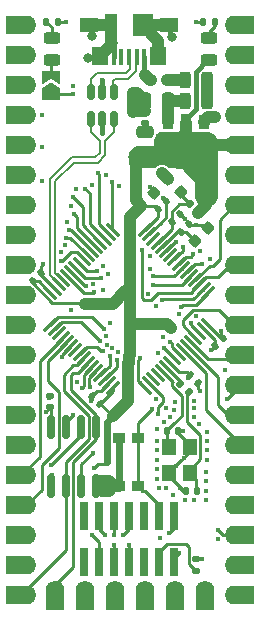
<source format=gbr>
%TF.GenerationSoftware,KiCad,Pcbnew,6.0.1-79c1e3a40b~116~ubuntu20.04.1*%
%TF.CreationDate,2022-03-09T16:59:06+01:00*%
%TF.ProjectId,microcontroller_mini,6d696372-6f63-46f6-9e74-726f6c6c6572,rev?*%
%TF.SameCoordinates,Original*%
%TF.FileFunction,Copper,L1,Top*%
%TF.FilePolarity,Positive*%
%FSLAX46Y46*%
G04 Gerber Fmt 4.6, Leading zero omitted, Abs format (unit mm)*
G04 Created by KiCad (PCBNEW 6.0.1-79c1e3a40b~116~ubuntu20.04.1) date 2022-03-09 16:59:06*
%MOMM*%
%LPD*%
G01*
G04 APERTURE LIST*
G04 Aperture macros list*
%AMRoundRect*
0 Rectangle with rounded corners*
0 $1 Rounding radius*
0 $2 $3 $4 $5 $6 $7 $8 $9 X,Y pos of 4 corners*
0 Add a 4 corners polygon primitive as box body*
4,1,4,$2,$3,$4,$5,$6,$7,$8,$9,$2,$3,0*
0 Add four circle primitives for the rounded corners*
1,1,$1+$1,$2,$3*
1,1,$1+$1,$4,$5*
1,1,$1+$1,$6,$7*
1,1,$1+$1,$8,$9*
0 Add four rect primitives between the rounded corners*
20,1,$1+$1,$2,$3,$4,$5,0*
20,1,$1+$1,$4,$5,$6,$7,0*
20,1,$1+$1,$6,$7,$8,$9,0*
20,1,$1+$1,$8,$9,$2,$3,0*%
%AMFreePoly0*
4,1,9,3.862500,-0.866500,0.737500,-0.866500,0.737500,-0.450000,-0.737500,-0.450000,-0.737500,0.450000,0.737500,0.450000,0.737500,0.866500,3.862500,0.866500,3.862500,-0.866500,3.862500,-0.866500,$1*%
%AMFreePoly1*
4,1,6,1.000000,0.000000,0.500000,-0.750000,-0.500000,-0.750000,-0.500000,0.750000,0.500000,0.750000,1.000000,0.000000,1.000000,0.000000,$1*%
%AMFreePoly2*
4,1,6,0.500000,-0.750000,-0.650000,-0.750000,-0.150000,0.000000,-0.650000,0.750000,0.500000,0.750000,0.500000,-0.750000,0.500000,-0.750000,$1*%
G04 Aperture macros list end*
%TA.AperFunction,SMDPad,CuDef*%
%ADD10RoundRect,0.135000X-0.185000X0.135000X-0.185000X-0.135000X0.185000X-0.135000X0.185000X0.135000X0*%
%TD*%
%TA.AperFunction,SMDPad,CuDef*%
%ADD11RoundRect,0.243750X0.243750X0.456250X-0.243750X0.456250X-0.243750X-0.456250X0.243750X-0.456250X0*%
%TD*%
%TA.AperFunction,SMDPad,CuDef*%
%ADD12RoundRect,0.243750X-0.243750X-0.456250X0.243750X-0.456250X0.243750X0.456250X-0.243750X0.456250X0*%
%TD*%
%TA.AperFunction,SMDPad,CuDef*%
%ADD13RoundRect,0.150000X0.150000X-0.512500X0.150000X0.512500X-0.150000X0.512500X-0.150000X-0.512500X0*%
%TD*%
%TA.AperFunction,SMDPad,CuDef*%
%ADD14R,0.600000X0.700000*%
%TD*%
%TA.AperFunction,SMDPad,CuDef*%
%ADD15RoundRect,0.150000X0.150000X-0.825000X0.150000X0.825000X-0.150000X0.825000X-0.150000X-0.825000X0*%
%TD*%
%TA.AperFunction,SMDPad,CuDef*%
%ADD16R,1.200000X1.400000*%
%TD*%
%TA.AperFunction,SMDPad,CuDef*%
%ADD17RoundRect,0.225000X0.335876X0.017678X0.017678X0.335876X-0.335876X-0.017678X-0.017678X-0.335876X0*%
%TD*%
%TA.AperFunction,SMDPad,CuDef*%
%ADD18RoundRect,0.135000X-0.226274X-0.035355X-0.035355X-0.226274X0.226274X0.035355X0.035355X0.226274X0*%
%TD*%
%TA.AperFunction,ComponentPad*%
%ADD19O,2.400000X1.600000*%
%TD*%
%TA.AperFunction,ComponentPad*%
%ADD20R,1.000000X1.600000*%
%TD*%
%TA.AperFunction,ComponentPad*%
%ADD21O,1.600000X2.400000*%
%TD*%
%TA.AperFunction,ComponentPad*%
%ADD22R,1.600000X1.000000*%
%TD*%
%TA.AperFunction,SMDPad,CuDef*%
%ADD23R,0.900000X1.300000*%
%TD*%
%TA.AperFunction,SMDPad,CuDef*%
%ADD24FreePoly0,270.000000*%
%TD*%
%TA.AperFunction,SMDPad,CuDef*%
%ADD25RoundRect,0.135000X0.226274X0.035355X0.035355X0.226274X-0.226274X-0.035355X-0.035355X-0.226274X0*%
%TD*%
%TA.AperFunction,SMDPad,CuDef*%
%ADD26RoundRect,0.225000X0.017678X-0.335876X0.335876X-0.017678X-0.017678X0.335876X-0.335876X0.017678X0*%
%TD*%
%TA.AperFunction,SMDPad,CuDef*%
%ADD27RoundRect,0.140000X-0.219203X-0.021213X-0.021213X-0.219203X0.219203X0.021213X0.021213X0.219203X0*%
%TD*%
%TA.AperFunction,SMDPad,CuDef*%
%ADD28RoundRect,0.135000X0.135000X0.185000X-0.135000X0.185000X-0.135000X-0.185000X0.135000X-0.185000X0*%
%TD*%
%TA.AperFunction,SMDPad,CuDef*%
%ADD29RoundRect,0.250000X0.475000X-0.250000X0.475000X0.250000X-0.475000X0.250000X-0.475000X-0.250000X0*%
%TD*%
%TA.AperFunction,SMDPad,CuDef*%
%ADD30R,0.740000X2.400000*%
%TD*%
%TA.AperFunction,SMDPad,CuDef*%
%ADD31RoundRect,0.140000X0.021213X-0.219203X0.219203X-0.021213X-0.021213X0.219203X-0.219203X0.021213X0*%
%TD*%
%TA.AperFunction,SMDPad,CuDef*%
%ADD32RoundRect,0.140000X-0.021213X0.219203X-0.219203X0.021213X0.021213X-0.219203X0.219203X-0.021213X0*%
%TD*%
%TA.AperFunction,SMDPad,CuDef*%
%ADD33RoundRect,0.135000X-0.135000X-0.185000X0.135000X-0.185000X0.135000X0.185000X-0.135000X0.185000X0*%
%TD*%
%TA.AperFunction,SMDPad,CuDef*%
%ADD34RoundRect,0.140000X0.140000X0.170000X-0.140000X0.170000X-0.140000X-0.170000X0.140000X-0.170000X0*%
%TD*%
%TA.AperFunction,SMDPad,CuDef*%
%ADD35RoundRect,0.243750X-0.456250X0.243750X-0.456250X-0.243750X0.456250X-0.243750X0.456250X0.243750X0*%
%TD*%
%TA.AperFunction,SMDPad,CuDef*%
%ADD36RoundRect,0.140000X0.170000X-0.140000X0.170000X0.140000X-0.170000X0.140000X-0.170000X-0.140000X0*%
%TD*%
%TA.AperFunction,SMDPad,CuDef*%
%ADD37RoundRect,0.140000X0.219203X0.021213X0.021213X0.219203X-0.219203X-0.021213X-0.021213X-0.219203X0*%
%TD*%
%TA.AperFunction,SMDPad,CuDef*%
%ADD38R,1.000000X0.900000*%
%TD*%
%TA.AperFunction,SMDPad,CuDef*%
%ADD39RoundRect,0.140000X-0.140000X-0.170000X0.140000X-0.170000X0.140000X0.170000X-0.140000X0.170000X0*%
%TD*%
%TA.AperFunction,SMDPad,CuDef*%
%ADD40RoundRect,0.250000X0.250000X0.475000X-0.250000X0.475000X-0.250000X-0.475000X0.250000X-0.475000X0*%
%TD*%
%TA.AperFunction,SMDPad,CuDef*%
%ADD41RoundRect,0.075000X0.548008X-0.441942X-0.441942X0.548008X-0.548008X0.441942X0.441942X-0.548008X0*%
%TD*%
%TA.AperFunction,SMDPad,CuDef*%
%ADD42RoundRect,0.075000X0.548008X0.441942X0.441942X0.548008X-0.548008X-0.441942X-0.441942X-0.548008X0*%
%TD*%
%TA.AperFunction,SMDPad,CuDef*%
%ADD43FreePoly1,90.000000*%
%TD*%
%TA.AperFunction,SMDPad,CuDef*%
%ADD44FreePoly2,90.000000*%
%TD*%
%TA.AperFunction,SMDPad,CuDef*%
%ADD45R,0.450000X1.380000*%
%TD*%
%TA.AperFunction,SMDPad,CuDef*%
%ADD46R,1.650000X1.300000*%
%TD*%
%TA.AperFunction,SMDPad,CuDef*%
%ADD47R,1.800000X1.900000*%
%TD*%
%TA.AperFunction,SMDPad,CuDef*%
%ADD48R,1.425000X1.550000*%
%TD*%
%TA.AperFunction,SMDPad,CuDef*%
%ADD49R,1.000000X1.900000*%
%TD*%
%TA.AperFunction,ViaPad*%
%ADD50C,0.800000*%
%TD*%
%TA.AperFunction,ViaPad*%
%ADD51C,0.450000*%
%TD*%
%TA.AperFunction,Conductor*%
%ADD52C,0.600000*%
%TD*%
%TA.AperFunction,Conductor*%
%ADD53C,1.000000*%
%TD*%
%TA.AperFunction,Conductor*%
%ADD54C,0.400000*%
%TD*%
%TA.AperFunction,Conductor*%
%ADD55C,0.250000*%
%TD*%
%TA.AperFunction,Conductor*%
%ADD56C,0.200000*%
%TD*%
G04 APERTURE END LIST*
D10*
%TO.P,R1,1*%
%TO.N,GNDD*%
X96900000Y-58090000D03*
%TO.P,R1,2*%
%TO.N,Net-(C39-Pad2)*%
X96900000Y-59110000D03*
%TD*%
D11*
%TO.P,F2,2*%
%TO.N,Net-(D1-Pad1)*%
X100262500Y-55400000D03*
%TO.P,F2,1*%
%TO.N,+5VD*%
X102137500Y-55400000D03*
%TD*%
D12*
%TO.P,F1,1*%
%TO.N,Net-(C40-Pad1)*%
X100262500Y-57200000D03*
%TO.P,F1,2*%
%TO.N,+5VD*%
X102137500Y-57200000D03*
%TD*%
D13*
%TO.P,U3,1*%
%TO.N,USB_D+*%
X92350000Y-58737500D03*
%TO.P,U3,2*%
%TO.N,GNDD*%
X93300000Y-58737500D03*
%TO.P,U3,3*%
%TO.N,USB_D-*%
X94250000Y-58737500D03*
%TO.P,U3,4*%
%TO.N,USB_in_D-*%
X94250000Y-56462500D03*
%TO.P,U3,5*%
%TO.N,VBUS*%
X93300000Y-56462500D03*
%TO.P,U3,6*%
%TO.N,USB_in_D+*%
X92350000Y-56462500D03*
%TD*%
D14*
%TO.P,D1,1,K*%
%TO.N,Net-(D1-Pad1)*%
X98800000Y-55400000D03*
%TO.P,D1,2,A*%
%TO.N,VBUS*%
X97400000Y-55400000D03*
%TD*%
D15*
%TO.P,U2,1,~{CS}*%
%TO.N,PA4*%
X88955978Y-89785000D03*
%TO.P,U2,2,MISO*%
%TO.N,PB4*%
X90225978Y-89785000D03*
%TO.P,U2,3,~{WP}*%
%TO.N,/EEPROM_WP*%
X91495978Y-89785000D03*
%TO.P,U2,4,GND*%
%TO.N,GNDD*%
X92765978Y-89785000D03*
%TO.P,U2,5,MOSI*%
%TO.N,PB5*%
X92765978Y-84835000D03*
%TO.P,U2,6,SCK*%
%TO.N,PC10*%
X91495978Y-84835000D03*
%TO.P,U2,7,~{HOLD}*%
%TO.N,PC5*%
X90225978Y-84835000D03*
%TO.P,U2,8,VCC*%
%TO.N,+3V3*%
X88955978Y-84835000D03*
%TD*%
D16*
%TO.P,Y1,1,1*%
%TO.N,/HSE_IN*%
X98980978Y-86525000D03*
%TO.P,Y1,2,2*%
%TO.N,GNDD*%
X98980978Y-88725000D03*
%TO.P,Y1,3,3*%
%TO.N,Net-(C4-Pad1)*%
X100680978Y-88725000D03*
%TO.P,Y1,4,4*%
%TO.N,GNDD*%
X100680978Y-86525000D03*
%TD*%
D17*
%TO.P,C12,1*%
%TO.N,+3.3VA*%
X99956994Y-64906016D03*
%TO.P,C12,2*%
%TO.N,GNDD*%
X98860978Y-63810000D03*
%TD*%
D18*
%TO.P,FB1,1*%
%TO.N,+3.3VA*%
X100700354Y-65949376D03*
%TO.P,FB1,2*%
%TO.N,+3V3*%
X101421602Y-66670624D03*
%TD*%
D19*
%TO.P,J1,1,Pin_1*%
%TO.N,PB11*%
X86460978Y-50810000D03*
D20*
X85660978Y-50810000D03*
%TO.P,J1,2,Pin_2*%
%TO.N,PB12*%
X85660978Y-53350000D03*
D19*
X86460978Y-53350000D03*
D20*
%TO.P,J1,3,Pin_3*%
%TO.N,GNDD*%
X85660978Y-55890000D03*
D19*
X86460978Y-55890000D03*
%TO.P,J1,4,Pin_4*%
%TO.N,PB13*%
X86460978Y-58430000D03*
D20*
X85660978Y-58430000D03*
D19*
%TO.P,J1,5,Pin_5*%
%TO.N,PB14*%
X86460978Y-60970000D03*
D20*
X85660978Y-60970000D03*
D19*
%TO.P,J1,6,Pin_6*%
%TO.N,PB15*%
X86460978Y-63510000D03*
D20*
X85660978Y-63510000D03*
D19*
%TO.P,J1,7,Pin_7*%
%TO.N,PC6*%
X86460978Y-66050000D03*
D20*
X85660978Y-66050000D03*
D19*
%TO.P,J1,8,Pin_8*%
%TO.N,GNDD*%
X86460978Y-68590000D03*
D20*
X85660978Y-68590000D03*
D19*
%TO.P,J1,9,Pin_9*%
%TO.N,PC7*%
X86460978Y-71130000D03*
D20*
X85660978Y-71130000D03*
D19*
%TO.P,J1,10,Pin_10*%
%TO.N,PC8*%
X86460978Y-73670000D03*
D20*
X85660978Y-73670000D03*
%TO.P,J1,11,Pin_11*%
%TO.N,PC9*%
X85660978Y-76210000D03*
D19*
X86460978Y-76210000D03*
%TO.P,J1,12,Pin_12*%
%TO.N,PA8*%
X86460978Y-78750000D03*
D20*
X85660978Y-78750000D03*
%TO.P,J1,13,Pin_13*%
%TO.N,GNDD*%
X85660978Y-81290000D03*
D19*
X86460978Y-81290000D03*
D20*
%TO.P,J1,14,Pin_14*%
%TO.N,PA9*%
X85660978Y-83830000D03*
D19*
X86460978Y-83830000D03*
D20*
%TO.P,J1,15,Pin_15*%
%TO.N,PA10*%
X85660978Y-86370000D03*
D19*
X86460978Y-86370000D03*
D20*
%TO.P,J1,16,Pin_16*%
%TO.N,PC10*%
X85660978Y-88910000D03*
D19*
X86460978Y-88910000D03*
D20*
%TO.P,J1,17,Pin_17*%
%TO.N,PC11*%
X85660978Y-91450000D03*
D19*
X86460978Y-91450000D03*
%TO.P,J1,18,Pin_18*%
%TO.N,GNDD*%
X86460978Y-93990000D03*
D20*
X85660978Y-93990000D03*
%TO.P,J1,19,Pin_19*%
%TO.N,PC12*%
X85660978Y-96530000D03*
D19*
X86460978Y-96530000D03*
D20*
%TO.P,J1,20,Pin_20*%
%TO.N,PB4*%
X85660978Y-99070000D03*
D19*
X86460978Y-99070000D03*
D21*
%TO.P,J1,21,Pin_21*%
%TO.N,PB5*%
X89310978Y-99010000D03*
D22*
X89310978Y-99810000D03*
D21*
%TO.P,J1,22,Pin_22*%
%TO.N,GNDD*%
X91850978Y-99010000D03*
D22*
X91850978Y-99810000D03*
D21*
%TO.P,J1,23,Pin_23*%
%TO.N,PB6*%
X94390978Y-99010000D03*
D22*
X94390978Y-99810000D03*
D21*
%TO.P,J1,24,Pin_24*%
%TO.N,PB7*%
X96930978Y-99010000D03*
D22*
X96930978Y-99810000D03*
%TO.P,J1,25,Pin_25*%
%TO.N,GNDD*%
X99470978Y-99810000D03*
D21*
X99470978Y-99010000D03*
%TO.P,J1,26,Pin_26*%
%TO.N,PB8*%
X102010978Y-99010000D03*
D22*
X102010978Y-99810000D03*
D19*
%TO.P,J1,27,Pin_27*%
%TO.N,PB9*%
X104860978Y-99070000D03*
D20*
X105660978Y-99070000D03*
%TO.P,J1,28,Pin_28*%
%TO.N,PC13*%
X105660978Y-96530000D03*
D19*
X104860978Y-96530000D03*
D20*
%TO.P,J1,29,Pin_29*%
%TO.N,GNDD*%
X105660978Y-93990000D03*
D19*
X104860978Y-93990000D03*
%TO.P,J1,30,Pin_30*%
%TO.N,PC0*%
X104860978Y-91450000D03*
D20*
X105660978Y-91450000D03*
%TO.P,J1,31,Pin_31*%
%TO.N,PC1*%
X105660978Y-88910000D03*
D19*
X104860978Y-88910000D03*
%TO.P,J1,32,Pin_32*%
%TO.N,PC2*%
X104860978Y-86370000D03*
D20*
X105660978Y-86370000D03*
D19*
%TO.P,J1,33,Pin_33*%
%TO.N,PC3*%
X104860978Y-83830000D03*
D20*
X105660978Y-83830000D03*
%TO.P,J1,34,Pin_34*%
%TO.N,GNDD*%
X105660978Y-81290000D03*
D19*
X104860978Y-81290000D03*
D20*
%TO.P,J1,35,Pin_35*%
%TO.N,PA0*%
X105660978Y-78750000D03*
D19*
X104860978Y-78750000D03*
D20*
%TO.P,J1,36,Pin_36*%
%TO.N,PA1*%
X105660978Y-76210000D03*
D19*
X104860978Y-76210000D03*
D20*
%TO.P,J1,37,Pin_37*%
%TO.N,PB0*%
X105660978Y-73670000D03*
D19*
X104860978Y-73670000D03*
%TO.P,J1,38,Pin_38*%
%TO.N,PA5*%
X104860978Y-71130000D03*
D20*
X105660978Y-71130000D03*
%TO.P,J1,39,Pin_39*%
%TO.N,GNDD*%
X105660978Y-68590000D03*
D19*
X104860978Y-68590000D03*
%TO.P,J1,40,Pin_40*%
%TO.N,PA6*%
X104860978Y-66050000D03*
D20*
X105660978Y-66050000D03*
%TO.P,J1,41,Pin_35*%
%TO.N,PC4*%
X105660978Y-63510000D03*
D19*
X104860978Y-63510000D03*
%TO.P,J1,42,Pin_36*%
%TO.N,+3V3*%
X104860978Y-60970000D03*
D20*
X105660978Y-60970000D03*
D19*
%TO.P,J1,43,Pin_37*%
%TO.N,PB1*%
X104860978Y-58430000D03*
D20*
X105660978Y-58430000D03*
D19*
%TO.P,J1,44,Pin_38*%
%TO.N,GNDD*%
X104860978Y-55890000D03*
D20*
X105660978Y-55890000D03*
%TO.P,J1,45,Pin_39*%
%TO.N,+BATT*%
X105660978Y-53350000D03*
D19*
X104860978Y-53350000D03*
D20*
%TO.P,J1,46,Pin_40*%
%TO.N,+5VD*%
X105660978Y-50810000D03*
D19*
X104860978Y-50810000D03*
%TD*%
D23*
%TO.P,U4,1,GND*%
%TO.N,GNDD*%
X101900000Y-58950000D03*
D24*
%TO.P,U4,2,VO*%
%TO.N,+3V3*%
X100400000Y-59037500D03*
D23*
%TO.P,U4,3,VI*%
%TO.N,Net-(C40-Pad1)*%
X98900000Y-58950000D03*
%TD*%
D25*
%TO.P,R23,1*%
%TO.N,Net-(C4-Pad1)*%
X100621602Y-81870624D03*
%TO.P,R23,2*%
%TO.N,/HSE_OUT*%
X99900354Y-81149376D03*
%TD*%
D26*
%TO.P,C41,1*%
%TO.N,/VREF2048*%
X101112970Y-69058008D03*
%TO.P,C41,2*%
%TO.N,GNDD*%
X102208986Y-67961992D03*
%TD*%
D27*
%TO.P,C5,1*%
%TO.N,/NRST*%
X100721567Y-80370589D03*
%TO.P,C5,2*%
%TO.N,GNDD*%
X101400389Y-81049411D03*
%TD*%
D28*
%TO.P,R26,1*%
%TO.N,Net-(LED2-Pad1)*%
X102810000Y-50510000D03*
%TO.P,R26,2*%
%TO.N,GNDD*%
X101790000Y-50510000D03*
%TD*%
D26*
%TO.P,C6,1*%
%TO.N,+3V3*%
X96612970Y-66058008D03*
%TO.P,C6,2*%
%TO.N,GNDD*%
X97708986Y-64961992D03*
%TD*%
D29*
%TO.P,C39,1*%
%TO.N,+3V3*%
X96900000Y-61750000D03*
%TO.P,C39,2*%
%TO.N,Net-(C39-Pad2)*%
X96900000Y-59850000D03*
%TD*%
D30*
%TO.P,J8,1,Pin_1*%
%TO.N,unconnected-(J8-Pad1)*%
X91750978Y-96260000D03*
%TO.P,J8,2,Pin_2*%
%TO.N,unconnected-(J8-Pad2)*%
X91750978Y-92360000D03*
%TO.P,J8,3,Pin_3*%
%TO.N,+3V3*%
X93020978Y-96260000D03*
%TO.P,J8,4,Pin_4*%
%TO.N,/SWDIO*%
X93020978Y-92360000D03*
%TO.P,J8,5,Pin_5*%
%TO.N,GNDD*%
X94290978Y-96260000D03*
%TO.P,J8,6,Pin_6*%
%TO.N,/SWCLK*%
X94290978Y-92360000D03*
%TO.P,J8,7,Pin_7*%
%TO.N,GNDD*%
X95560978Y-96260000D03*
%TO.P,J8,8,Pin_8*%
%TO.N,/SWO*%
X95560978Y-92360000D03*
%TO.P,J8,9,Pin_9*%
%TO.N,unconnected-(J8-Pad9)*%
X96830978Y-96260000D03*
%TO.P,J8,10,Pin_10*%
%TO.N,unconnected-(J8-Pad10)*%
X96830978Y-92360000D03*
%TO.P,J8,11,Pin_11*%
%TO.N,Net-(J8-Pad11)*%
X98100978Y-96260000D03*
%TO.P,J8,12,Pin_12*%
%TO.N,/NRST*%
X98100978Y-92360000D03*
%TO.P,J8,13,Pin_13*%
%TO.N,/STLINK_RX*%
X99370978Y-96260000D03*
%TO.P,J8,14,Pin_14*%
%TO.N,/STLINK_TX*%
X99370978Y-92360000D03*
%TD*%
D31*
%TO.P,C10,1*%
%TO.N,+3V3*%
X98021567Y-66349411D03*
%TO.P,C10,2*%
%TO.N,GNDD*%
X98700389Y-65670589D03*
%TD*%
D32*
%TO.P,C9,1*%
%TO.N,+3V3*%
X103500389Y-77270589D03*
%TO.P,C9,2*%
%TO.N,GNDD*%
X102821567Y-77949411D03*
%TD*%
D33*
%TO.P,R28,1*%
%TO.N,Net-(LED1-Pad1)*%
X88540978Y-50510000D03*
%TO.P,R28,2*%
%TO.N,GNDD*%
X89560978Y-50510000D03*
%TD*%
D34*
%TO.P,C4,1*%
%TO.N,Net-(C4-Pad1)*%
X101310978Y-90210000D03*
%TO.P,C4,2*%
%TO.N,GNDD*%
X100350978Y-90210000D03*
%TD*%
D31*
%TO.P,C14,1*%
%TO.N,+3.3VA*%
X99182156Y-67488822D03*
%TO.P,C14,2*%
%TO.N,GNDD*%
X99860978Y-66810000D03*
%TD*%
D35*
%TO.P,LED1,1,K*%
%TO.N,Net-(LED1-Pad1)*%
X89000000Y-51872500D03*
%TO.P,LED1,2,A*%
%TO.N,Net-(JP1-Pad2)*%
X89000000Y-53747500D03*
%TD*%
D36*
%TO.P,C1,1*%
%TO.N,+3V3*%
X88910978Y-83140000D03*
%TO.P,C1,2*%
%TO.N,GNDD*%
X88910978Y-82180000D03*
%TD*%
D37*
%TO.P,C8,1*%
%TO.N,+3V3*%
X93100389Y-82849411D03*
%TO.P,C8,2*%
%TO.N,GNDD*%
X92421567Y-82170589D03*
%TD*%
D35*
%TO.P,LED2,1,K*%
%TO.N,Net-(LED2-Pad1)*%
X102300000Y-51862500D03*
%TO.P,LED2,2,A*%
%TO.N,+3V3*%
X102300000Y-53737500D03*
%TD*%
D38*
%TO.P,SW1,1,1*%
%TO.N,GNDD*%
X94680978Y-89840000D03*
X94680978Y-85740000D03*
%TO.P,SW1,2,2*%
%TO.N,/NRST*%
X96280978Y-89840000D03*
X96280978Y-85740000D03*
%TD*%
D39*
%TO.P,C3,1*%
%TO.N,/HSE_IN*%
X98750978Y-85110000D03*
%TO.P,C3,2*%
%TO.N,GNDD*%
X99710978Y-85110000D03*
%TD*%
D31*
%TO.P,C42,1*%
%TO.N,/VREF2048*%
X99982156Y-68288822D03*
%TO.P,C42,2*%
%TO.N,GNDD*%
X100660978Y-67610000D03*
%TD*%
D40*
%TO.P,C40,2*%
%TO.N,GNDD*%
X96950000Y-57200000D03*
%TO.P,C40,1*%
%TO.N,Net-(C40-Pad1)*%
X98850000Y-57200000D03*
%TD*%
D10*
%TO.P,R24,1*%
%TO.N,GNDD*%
X101260978Y-96000000D03*
%TO.P,R24,2*%
%TO.N,Net-(J8-Pad11)*%
X101260978Y-97020000D03*
%TD*%
D41*
%TO.P,U1,1,VBAT*%
%TO.N,+BATT*%
X96922159Y-81474481D03*
%TO.P,U1,2,PC13*%
%TO.N,PC13*%
X97275712Y-81120928D03*
%TO.P,U1,3,PC14*%
%TO.N,PC14*%
X97629265Y-80767375D03*
%TO.P,U1,4,PC15*%
%TO.N,PC15*%
X97982819Y-80413821D03*
%TO.P,U1,5,PF0-OSC-IN*%
%TO.N,/HSE_IN*%
X98336372Y-80060268D03*
%TO.P,U1,6,PF1-OSC-OUT*%
%TO.N,/HSE_OUT*%
X98689926Y-79706714D03*
%TO.P,U1,7,NRST*%
%TO.N,/NRST*%
X99043479Y-79353161D03*
%TO.P,U1,8,PC0*%
%TO.N,PC0*%
X99397032Y-78999608D03*
%TO.P,U1,9,PC1*%
%TO.N,PC1*%
X99750586Y-78646054D03*
%TO.P,U1,10,PC2*%
%TO.N,PC2*%
X100104139Y-78292501D03*
%TO.P,U1,11,PC3*%
%TO.N,PC3*%
X100457692Y-77938948D03*
%TO.P,U1,12,PA0*%
%TO.N,PA0*%
X100811246Y-77585394D03*
%TO.P,U1,13,PA1*%
%TO.N,PA1*%
X101164799Y-77231841D03*
%TO.P,U1,14,PA2*%
%TO.N,/STLINK_RX*%
X101518353Y-76878287D03*
%TO.P,U1,15,VSS*%
%TO.N,GNDD*%
X101871906Y-76524734D03*
%TO.P,U1,16,VDD*%
%TO.N,+3V3*%
X102225459Y-76171181D03*
D42*
%TO.P,U1,17,PA3*%
%TO.N,/STLINK_TX*%
X102225459Y-73448819D03*
%TO.P,U1,18,PA4*%
%TO.N,PA4*%
X101871906Y-73095266D03*
%TO.P,U1,19,PA5*%
%TO.N,PA5*%
X101518353Y-72741713D03*
%TO.P,U1,20,PA6*%
%TO.N,PA6*%
X101164799Y-72388159D03*
%TO.P,U1,21,PA7*%
%TO.N,/EEPROM_WP*%
X100811246Y-72034606D03*
%TO.P,U1,22,PC4*%
%TO.N,PC4*%
X100457692Y-71681052D03*
%TO.P,U1,23,PC5*%
%TO.N,PC5*%
X100104139Y-71327499D03*
%TO.P,U1,24,PB0*%
%TO.N,PB0*%
X99750586Y-70973946D03*
%TO.P,U1,25,PB1*%
%TO.N,PB1*%
X99397032Y-70620392D03*
%TO.P,U1,26,PB2*%
%TO.N,unconnected-(U1-Pad26)*%
X99043479Y-70266839D03*
%TO.P,U1,27,VSSA*%
%TO.N,GNDD*%
X98689926Y-69913286D03*
%TO.P,U1,28,VREF*%
%TO.N,/VREF2048*%
X98336372Y-69559732D03*
%TO.P,U1,29,VDDA*%
%TO.N,+3.3VA*%
X97982819Y-69206179D03*
%TO.P,U1,30,PB10*%
%TO.N,PB10*%
X97629265Y-68852625D03*
%TO.P,U1,31,VSS*%
%TO.N,GNDD*%
X97275712Y-68499072D03*
%TO.P,U1,32,VDD*%
%TO.N,+3V3*%
X96922159Y-68145519D03*
D41*
%TO.P,U1,33,PB11*%
%TO.N,PB11*%
X94199797Y-68145519D03*
%TO.P,U1,34,PB12*%
%TO.N,PB12*%
X93846244Y-68499072D03*
%TO.P,U1,35,PB13*%
%TO.N,PB13*%
X93492691Y-68852625D03*
%TO.P,U1,36,PB14*%
%TO.N,PB14*%
X93139137Y-69206179D03*
%TO.P,U1,37,PB15*%
%TO.N,PB15*%
X92785584Y-69559732D03*
%TO.P,U1,38,PC6*%
%TO.N,PC6*%
X92432030Y-69913286D03*
%TO.P,U1,39,PC7*%
%TO.N,PC7*%
X92078477Y-70266839D03*
%TO.P,U1,40,PC8*%
%TO.N,PC8*%
X91724924Y-70620392D03*
%TO.P,U1,41,PC9*%
%TO.N,PC9*%
X91371370Y-70973946D03*
%TO.P,U1,42,PA8*%
%TO.N,PA8*%
X91017817Y-71327499D03*
%TO.P,U1,43,PA9*%
%TO.N,PA9*%
X90664264Y-71681052D03*
%TO.P,U1,44,PA10*%
%TO.N,PA10*%
X90310710Y-72034606D03*
%TO.P,U1,45,PA11*%
%TO.N,USB_D-*%
X89957157Y-72388159D03*
%TO.P,U1,46,PA12*%
%TO.N,USB_D+*%
X89603603Y-72741713D03*
%TO.P,U1,47,VSS*%
%TO.N,GNDD*%
X89250050Y-73095266D03*
%TO.P,U1,48,VDD*%
%TO.N,+3V3*%
X88896497Y-73448819D03*
D42*
%TO.P,U1,49,PA13*%
%TO.N,/SWDIO*%
X88896497Y-76171181D03*
%TO.P,U1,50,PA14*%
%TO.N,/SWCLK*%
X89250050Y-76524734D03*
%TO.P,U1,51,PA15*%
%TO.N,PA15*%
X89603603Y-76878287D03*
%TO.P,U1,52,PC10*%
%TO.N,PC10*%
X89957157Y-77231841D03*
%TO.P,U1,53,PC11*%
%TO.N,PC11*%
X90310710Y-77585394D03*
%TO.P,U1,54,PC12*%
%TO.N,PC12*%
X90664264Y-77938948D03*
%TO.P,U1,55,PD2*%
%TO.N,unconnected-(U1-Pad55)*%
X91017817Y-78292501D03*
%TO.P,U1,56,PB3*%
%TO.N,/SWO*%
X91371370Y-78646054D03*
%TO.P,U1,57,PB4*%
%TO.N,PB4*%
X91724924Y-78999608D03*
%TO.P,U1,58,PB5*%
%TO.N,PB5*%
X92078477Y-79353161D03*
%TO.P,U1,59,PB6*%
%TO.N,PB6*%
X92432030Y-79706714D03*
%TO.P,U1,60,PB7*%
%TO.N,PB7*%
X92785584Y-80060268D03*
%TO.P,U1,61,PB8*%
%TO.N,PB8*%
X93139137Y-80413821D03*
%TO.P,U1,62,PB9*%
%TO.N,PB9*%
X93492691Y-80767375D03*
%TO.P,U1,63,VSS*%
%TO.N,GNDD*%
X93846244Y-81120928D03*
%TO.P,U1,64,VDD*%
%TO.N,+3V3*%
X94199797Y-81474481D03*
%TD*%
D43*
%TO.P,JP1,1,A*%
%TO.N,PA5*%
X88966978Y-56615000D03*
D44*
%TO.P,JP1,2,B*%
%TO.N,Net-(JP1-Pad2)*%
X88966978Y-55165000D03*
%TD*%
D31*
%TO.P,C7,1*%
%TO.N,+3V3*%
X87421567Y-72449411D03*
%TO.P,C7,2*%
%TO.N,GNDD*%
X88100389Y-71770589D03*
%TD*%
D45*
%TO.P,J2,1,VBUS*%
%TO.N,VBUS*%
X96860978Y-53470000D03*
%TO.P,J2,2,D-*%
%TO.N,USB_in_D-*%
X96210978Y-53470000D03*
%TO.P,J2,3,D+*%
%TO.N,USB_in_D+*%
X95560978Y-53470000D03*
%TO.P,J2,4,ID*%
%TO.N,unconnected-(J2-Pad4)*%
X94910978Y-53470000D03*
%TO.P,J2,5,GND*%
%TO.N,GNDD*%
X94260978Y-53470000D03*
D46*
%TO.P,J2,6,Shield*%
X92185978Y-50810000D03*
D47*
X96710978Y-50810000D03*
D48*
X93073478Y-53385000D03*
D46*
X98935978Y-50810000D03*
D48*
X98048478Y-53385000D03*
D49*
X94010978Y-50810000D03*
%TD*%
D50*
%TO.N,+5VD*%
X102100000Y-56300000D03*
D51*
%TO.N,VBUS*%
X93300000Y-55400000D03*
D50*
X96900000Y-55000000D03*
D51*
%TO.N,+3V3*%
X92580978Y-88240000D03*
X103330978Y-76690000D03*
X92430978Y-93940000D03*
X99129483Y-76454659D03*
X91560978Y-74330878D03*
X88532947Y-83506762D03*
%TO.N,GNDD*%
X103660978Y-80010000D03*
X102180978Y-85990000D03*
X102180978Y-85240000D03*
X102180978Y-86790000D03*
X102080978Y-90990000D03*
X97802066Y-82424393D03*
X102427112Y-70600000D03*
X97930978Y-89190000D03*
D50*
X92400000Y-51700000D03*
D51*
X97930978Y-84990000D03*
X94703111Y-64390000D03*
X102080978Y-90190000D03*
X101760100Y-96010878D03*
X98480978Y-84390000D03*
X101080978Y-90990000D03*
X103854989Y-82410000D03*
X100130978Y-85110000D03*
X101260978Y-67710000D03*
X97330978Y-71390000D03*
D50*
X99200000Y-51790000D03*
D51*
X97330978Y-70290000D03*
X99280978Y-90590000D03*
X101080978Y-83190000D03*
X101210978Y-75440000D03*
X102080978Y-88590000D03*
X88200000Y-61100000D03*
X91080978Y-64690000D03*
X97930978Y-88390000D03*
X102480978Y-78290000D03*
X101586444Y-69886444D03*
X89830978Y-69990000D03*
X94310978Y-94810000D03*
X100260978Y-67210000D03*
X97360978Y-64510000D03*
X88779924Y-82374180D03*
X97930978Y-87590000D03*
X97871711Y-74549267D03*
D50*
X102800000Y-58600000D03*
D51*
X93360978Y-71210000D03*
X90680978Y-66090000D03*
X99566307Y-69110000D03*
X93669342Y-77835331D03*
X88280978Y-71034721D03*
X95560978Y-94810000D03*
X93156967Y-89590000D03*
X97930978Y-86790000D03*
X94630978Y-78490000D03*
X100230978Y-87410000D03*
X99788703Y-75255164D03*
X90130978Y-69440000D03*
X91180978Y-80990000D03*
X88200000Y-58400000D03*
X97180978Y-73540000D03*
X93330978Y-73240000D03*
X90800000Y-55900000D03*
X98730978Y-83190000D03*
X98310978Y-63310000D03*
X98080978Y-89990000D03*
X93279122Y-59879122D03*
X90260978Y-50510000D03*
X88200000Y-64000000D03*
X92430978Y-64309872D03*
X100280978Y-90990000D03*
X99430978Y-82690000D03*
X90630978Y-74890000D03*
X98209698Y-94165410D03*
X98046682Y-78575293D03*
X102080978Y-89390000D03*
X101530978Y-81740000D03*
X99380978Y-83390000D03*
X98460978Y-65410000D03*
X93935534Y-76035570D03*
X92542414Y-72702185D03*
X101080978Y-83990000D03*
X92330978Y-82590000D03*
X103060978Y-93510000D03*
X90280978Y-67490000D03*
X101080978Y-82590000D03*
X103060978Y-94310000D03*
D50*
X98000000Y-52200000D03*
X92080978Y-53590000D03*
X95900000Y-56500000D03*
D51*
X98460978Y-77210000D03*
X99880978Y-89990000D03*
D50*
X95900000Y-58100000D03*
D51*
X93606256Y-77121131D03*
X102180978Y-87640000D03*
X97930978Y-85990000D03*
X93574182Y-63490000D03*
X93156967Y-90190000D03*
X99030978Y-83940000D03*
X99530978Y-88110000D03*
X94130978Y-78140000D03*
X93810978Y-71860000D03*
X101200000Y-50500000D03*
X101480978Y-84590000D03*
D50*
X94200000Y-52300000D03*
D51*
X98680978Y-89990000D03*
%TO.N,/NRST*%
X97481478Y-83248263D03*
X100560978Y-80660000D03*
%TO.N,PA4*%
X98330978Y-74090000D03*
X89010978Y-88860000D03*
%TO.N,PB11*%
X94123682Y-64096546D03*
%TO.N,PA8*%
X93210978Y-72160000D03*
%TO.N,PA9*%
X91912097Y-72858881D03*
%TO.N,PC10*%
X88936478Y-88023124D03*
%TO.N,/SWDIO*%
X93560978Y-93960000D03*
X93468075Y-76486498D03*
%TO.N,/SWCLK*%
X93098293Y-77525886D03*
X94298810Y-93974944D03*
%TO.N,/SWO*%
X95060978Y-93960000D03*
X93330978Y-78390000D03*
%TO.N,/STLINK_RX*%
X100785478Y-76010000D03*
X99830978Y-95440000D03*
%TO.N,/STLINK_TX*%
X99934944Y-74622339D03*
X98930978Y-93790000D03*
%TO.N,+BATT*%
X96498171Y-78966579D03*
%TO.N,PB12*%
X92950644Y-63308194D03*
%TO.N,PB13*%
X91861496Y-64622192D03*
%TO.N,PB14*%
X90808008Y-65321739D03*
%TO.N,PB15*%
X90880978Y-66790000D03*
%TO.N,PB6*%
X91610345Y-81477337D03*
%TO.N,PB7*%
X92279446Y-81381421D03*
%TO.N,PB1*%
X100100000Y-69600000D03*
%TO.N,/EEPROM_WP*%
X92480978Y-86990000D03*
X97630978Y-72790000D03*
%TO.N,PB0*%
X101017048Y-70198919D03*
%TO.N,PB8*%
X93928561Y-78757155D03*
%TO.N,PC6*%
X90510978Y-68140000D03*
%TO.N,PC7*%
X90230978Y-68790000D03*
%TO.N,PC8*%
X89830978Y-70790000D03*
%TO.N,PC9*%
X92810978Y-71560000D03*
%TO.N,PB9*%
X94524200Y-79130665D03*
%TO.N,PA10*%
X92610978Y-73360000D03*
%TO.N,PC12*%
X89883529Y-78896501D03*
%TO.N,PC13*%
X98030978Y-83740000D03*
%TO.N,PC4*%
X101700000Y-71000000D03*
%TO.N,PC5*%
X97630978Y-72040000D03*
X90780978Y-83790000D03*
%TO.N,PC0*%
X98532542Y-78144254D03*
%TO.N,PC1*%
X99060978Y-77610000D03*
%TO.N,PA5*%
X90800000Y-56600000D03*
X96630978Y-69840000D03*
%TD*%
D52*
%TO.N,Net-(C39-Pad2)*%
X96900000Y-59110000D02*
X96900000Y-59850000D01*
D53*
%TO.N,GNDD*%
X96900000Y-58090000D02*
X95910000Y-58090000D01*
X95910000Y-58090000D02*
X95900000Y-58100000D01*
X96900000Y-58090000D02*
X95900000Y-57090000D01*
X95900000Y-57090000D02*
X95900000Y-56800000D01*
X95900000Y-56800000D02*
X95900000Y-58100000D01*
X96950000Y-57200000D02*
X96250000Y-56500000D01*
X96250000Y-56500000D02*
X95900000Y-56500000D01*
X96950000Y-57200000D02*
X96300000Y-57200000D01*
X96300000Y-57200000D02*
X95900000Y-56800000D01*
X102250000Y-58600000D02*
X102800000Y-58600000D01*
X101900000Y-58950000D02*
X102250000Y-58600000D01*
D54*
%TO.N,+3V3*%
X102300000Y-53737500D02*
X102190279Y-53737500D01*
X102190279Y-53737500D02*
X101200000Y-54727779D01*
X101200000Y-54727779D02*
X101200000Y-57900489D01*
X101200000Y-57900489D02*
X100400000Y-58700489D01*
X100400000Y-58700489D02*
X100400000Y-59037500D01*
D53*
X96612970Y-66058008D02*
X96160978Y-65606016D01*
X96160978Y-65606016D02*
X96160978Y-62479022D01*
X96160978Y-62479022D02*
X96100000Y-62418044D01*
X96100000Y-62418044D02*
X96100000Y-61750000D01*
X96100000Y-61750000D02*
X98599022Y-61750000D01*
X98599022Y-61750000D02*
X100400000Y-59949022D01*
X100400000Y-59949022D02*
X100400000Y-59037500D01*
%TO.N,Net-(C40-Pad1)*%
X100262500Y-57200000D02*
X98850000Y-57200000D01*
%TO.N,+5VD*%
X102137500Y-55400000D02*
X102137500Y-57200000D01*
D55*
%TO.N,GNDD*%
X101210000Y-50510000D02*
X101200000Y-50500000D01*
X101790000Y-50510000D02*
X101210000Y-50510000D01*
%TO.N,Net-(LED2-Pad1)*%
X102300000Y-51862500D02*
X102300000Y-51370978D01*
X102300000Y-51370978D02*
X102810000Y-50860978D01*
X102810000Y-50860978D02*
X102810000Y-50510000D01*
%TO.N,Net-(LED1-Pad1)*%
X88540978Y-50510000D02*
X89000000Y-50969022D01*
X89000000Y-50969022D02*
X89000000Y-51872500D01*
%TO.N,+3V3*%
X101880978Y-53927500D02*
X102070978Y-53737500D01*
X102070978Y-53737500D02*
X102300000Y-53737500D01*
%TO.N,GNDD*%
X92400000Y-51024022D02*
X92400000Y-51700000D01*
X92185978Y-50810000D02*
X92400000Y-51024022D01*
D53*
%TO.N,VBUS*%
X97400000Y-55400000D02*
X97300000Y-55400000D01*
X97300000Y-55400000D02*
X96900000Y-55000000D01*
%TO.N,Net-(D1-Pad1)*%
X98800000Y-55400000D02*
X100262500Y-55400000D01*
%TO.N,Net-(C40-Pad1)*%
X98850000Y-57200000D02*
X98850000Y-58900000D01*
X98850000Y-58900000D02*
X98900000Y-58950000D01*
D54*
%TO.N,GNDD*%
X96100000Y-56300000D02*
X95900000Y-56500000D01*
D55*
X98935978Y-51525978D02*
X99200000Y-51790000D01*
X98935978Y-50810000D02*
X98935978Y-51525978D01*
X98048478Y-52248478D02*
X98000000Y-52200000D01*
X98048478Y-53385000D02*
X98048478Y-52248478D01*
D53*
%TO.N,+3V3*%
X104460978Y-60970000D02*
X101310978Y-60970000D01*
X101310978Y-60970000D02*
X100600000Y-60259022D01*
X102060978Y-66031248D02*
X101421602Y-66670624D01*
X100600000Y-60259022D02*
X100600000Y-62849022D01*
X102060978Y-64310000D02*
X102060978Y-66031248D01*
X100600000Y-62849022D02*
X102060978Y-64310000D01*
D54*
%TO.N,VBUS*%
X96860978Y-54960978D02*
X96900000Y-55000000D01*
X96860978Y-53470000D02*
X96860978Y-54960978D01*
%TO.N,GNDD*%
X93300000Y-58737500D02*
X93300000Y-59858244D01*
X93300000Y-59858244D02*
X93279122Y-59879122D01*
%TO.N,VBUS*%
X93300000Y-55400000D02*
X93300000Y-56462500D01*
D56*
%TO.N,USB_D-*%
X89957157Y-72388159D02*
X89921802Y-72388159D01*
X89305978Y-71772335D02*
X89305978Y-64012222D01*
X89921802Y-72388159D02*
X89305978Y-71772335D01*
X89305978Y-64012222D02*
X90893200Y-62425000D01*
X90893200Y-62425000D02*
X92893200Y-62425000D01*
X92893200Y-62425000D02*
X93525000Y-61793200D01*
X93525000Y-61793200D02*
X93525000Y-60575000D01*
X93525000Y-60575000D02*
X94250000Y-59850000D01*
X94250000Y-59850000D02*
X94250000Y-58737500D01*
%TO.N,USB_D+*%
X89603603Y-72741713D02*
X89603603Y-72706358D01*
X88855978Y-71958733D02*
X88855978Y-63825822D01*
X89603603Y-72706358D02*
X88855978Y-71958733D01*
X88855978Y-63825822D02*
X90706800Y-61975000D01*
X90706800Y-61975000D02*
X92706800Y-61975000D01*
X92706800Y-61975000D02*
X93075000Y-61606800D01*
X93075000Y-61606800D02*
X93075000Y-60575000D01*
X93075000Y-60575000D02*
X92350000Y-59850000D01*
X92350000Y-59850000D02*
X92350000Y-58737500D01*
%TO.N,USB_in_D-*%
X96210978Y-53470000D02*
X96210978Y-53935000D01*
X96210978Y-53935000D02*
X96110978Y-54035000D01*
X96110978Y-54035000D02*
X96110978Y-54707222D01*
X96110978Y-54707222D02*
X95493200Y-55325000D01*
X95493200Y-55325000D02*
X94375000Y-55325000D01*
X94375000Y-55325000D02*
X94200000Y-55500000D01*
X94200000Y-55500000D02*
X94200000Y-56412500D01*
X94200000Y-56412500D02*
X94250000Y-56462500D01*
%TO.N,USB_in_D+*%
X95560978Y-53470000D02*
X95560978Y-53935000D01*
X95660978Y-54520822D02*
X95306800Y-54875000D01*
X95560978Y-53935000D02*
X95660978Y-54035000D01*
X95660978Y-54035000D02*
X95660978Y-54520822D01*
X95306800Y-54875000D02*
X92825000Y-54875000D01*
X92825000Y-54875000D02*
X92350000Y-55350000D01*
X92350000Y-55350000D02*
X92350000Y-56462500D01*
D53*
%TO.N,GNDD*%
X98048478Y-53385000D02*
X98048478Y-52147500D01*
X98048478Y-52147500D02*
X96710978Y-50810000D01*
X94010978Y-50810000D02*
X94010978Y-52080489D01*
X93073478Y-53385000D02*
X93115000Y-53385000D01*
X93115000Y-53385000D02*
X93986467Y-52513533D01*
X96710978Y-50810000D02*
X98935978Y-50810000D01*
X92185978Y-50810000D02*
X94010978Y-50810000D01*
D55*
X94010978Y-50810000D02*
X94010978Y-52110978D01*
X94010978Y-52110978D02*
X94200000Y-52300000D01*
D54*
X94260978Y-52360978D02*
X94200000Y-52300000D01*
X94260978Y-53470000D02*
X94260978Y-52360978D01*
D55*
%TO.N,PA5*%
X88966978Y-56615000D02*
X88981978Y-56600000D01*
X88981978Y-56600000D02*
X90800000Y-56600000D01*
D53*
%TO.N,+3V3*%
X95503665Y-79387242D02*
X95503665Y-82567313D01*
D55*
X91520100Y-74290000D02*
X91560978Y-74330878D01*
X101421602Y-66670624D02*
X101700354Y-66670624D01*
D53*
X95503665Y-82567313D02*
X94160978Y-83910000D01*
X95260978Y-73310000D02*
X94210978Y-74360000D01*
D55*
X87897089Y-72449411D02*
X88896497Y-73448819D01*
X88955978Y-83185000D02*
X88955978Y-84835000D01*
X93100389Y-82849411D02*
X94199797Y-81750003D01*
X87421567Y-72449411D02*
X87421567Y-72640278D01*
X101700354Y-66670624D02*
X102060978Y-66310000D01*
X88910978Y-83140000D02*
X88955978Y-83185000D01*
X98021567Y-66349411D02*
X98021567Y-67046111D01*
D52*
X93681467Y-84389511D02*
X93681467Y-87790489D01*
D55*
X93100389Y-82849411D02*
X94160978Y-83910000D01*
X88910978Y-83140000D02*
X88544216Y-83506762D01*
X103500389Y-77270589D02*
X103330978Y-77101178D01*
X94199797Y-81750003D02*
X94199797Y-81474481D01*
D53*
X98784824Y-76110000D02*
X99129483Y-76454659D01*
D52*
X94160978Y-83910000D02*
X93681467Y-84389511D01*
D55*
X92921410Y-87899568D02*
X92580978Y-88240000D01*
X93790546Y-87899568D02*
X92921410Y-87899568D01*
X97730164Y-66058008D02*
X98021567Y-66349411D01*
D53*
X94210978Y-74360000D02*
X91860978Y-74360000D01*
X95610479Y-78700045D02*
X95517218Y-78793306D01*
D55*
X96612970Y-66058008D02*
X97730164Y-66058008D01*
X88544216Y-83506762D02*
X88532947Y-83506762D01*
D53*
X96612970Y-66058008D02*
X95610479Y-67060499D01*
D55*
X103330978Y-77101178D02*
X103330978Y-76690000D01*
D53*
X95460978Y-73310000D02*
X95260978Y-73310000D01*
X95517218Y-78793306D02*
X95517218Y-79373689D01*
D55*
X87421567Y-72640278D02*
X89071289Y-74290000D01*
X89071289Y-74290000D02*
X91520100Y-74290000D01*
D53*
X95610479Y-67060499D02*
X95610479Y-78700045D01*
D55*
X93020978Y-94530000D02*
X92430978Y-93940000D01*
X103324867Y-77270589D02*
X102225459Y-76171181D01*
X87421567Y-72449411D02*
X87897089Y-72449411D01*
X98021567Y-67046111D02*
X96922159Y-68145519D01*
D53*
X95860978Y-76110000D02*
X98784824Y-76110000D01*
D55*
X93020978Y-96260000D02*
X93020978Y-94530000D01*
X103500389Y-77270589D02*
X103324867Y-77270589D01*
D53*
X95517218Y-79373689D02*
X95503665Y-79387242D01*
D55*
%TO.N,GNDD*%
X104460978Y-81290000D02*
X104460978Y-81804011D01*
X94290978Y-96260000D02*
X94290978Y-94830000D01*
X98260978Y-67510000D02*
X97275712Y-68495266D01*
X103540978Y-93990000D02*
X103060978Y-93510000D01*
X99860978Y-66810000D02*
X100260978Y-67210000D01*
X88100389Y-71215310D02*
X88280978Y-71034721D01*
X99913478Y-87692500D02*
X99530978Y-88075000D01*
X92841220Y-81750936D02*
X93216236Y-81750936D01*
X88910978Y-82180000D02*
X88779924Y-82311054D01*
X100080978Y-85660000D02*
X99710978Y-85290000D01*
D53*
X93280978Y-90190000D02*
X93080978Y-89990000D01*
D55*
X92421567Y-82170589D02*
X92421567Y-82499411D01*
X101400389Y-81049411D02*
X101400389Y-81609411D01*
X98980978Y-88960000D02*
X98980978Y-88725000D01*
X93073478Y-53385000D02*
X92285978Y-53385000D01*
X102821567Y-77949411D02*
X102480978Y-78290000D01*
X100760978Y-67710000D02*
X100660978Y-67610000D01*
D53*
X93880978Y-90190000D02*
X93280978Y-90190000D01*
D55*
X100680978Y-86525000D02*
X100680978Y-86260000D01*
X98980978Y-88725000D02*
X98980978Y-88625000D01*
X98705289Y-65675489D02*
X98705289Y-67068343D01*
D52*
X94680978Y-87390000D02*
X94680978Y-85740000D01*
D55*
X92421567Y-82499411D02*
X92330978Y-82590000D01*
X101400389Y-81609411D02*
X101530978Y-81740000D01*
X88100389Y-71945605D02*
X89250050Y-73095266D01*
D53*
X94330978Y-89840000D02*
X93880978Y-89390000D01*
D55*
X100130978Y-85110000D02*
X99710978Y-85110000D01*
X99530978Y-88075000D02*
X99530978Y-88110000D01*
X98689926Y-69913286D02*
X99493212Y-69110000D01*
X99913478Y-87692500D02*
X100680978Y-86925000D01*
X97275712Y-68495266D02*
X97275712Y-68499072D01*
X100680978Y-86925000D02*
X100680978Y-86525000D01*
X101956994Y-67710000D02*
X100760978Y-67710000D01*
D53*
X93880978Y-89390000D02*
X93080978Y-89390000D01*
D55*
X97708986Y-64858008D02*
X97360978Y-64510000D01*
X100680978Y-86260000D02*
X100080978Y-85660000D01*
D53*
X98310978Y-63310000D02*
X98360978Y-63310000D01*
D55*
X95560978Y-96260000D02*
X95560978Y-94810000D01*
D53*
X94230978Y-89840000D02*
X93880978Y-90190000D01*
D55*
X102208986Y-67961992D02*
X101956994Y-67710000D01*
X102821567Y-77949411D02*
X102821567Y-77474395D01*
X101749222Y-96000000D02*
X101760100Y-96010878D01*
X88100389Y-71770589D02*
X88100389Y-71215310D01*
X99710978Y-85290000D02*
X99710978Y-85110000D01*
X98705289Y-67068343D02*
X98263632Y-67510000D01*
X88779924Y-82311054D02*
X88779924Y-82374180D01*
X97708986Y-64961992D02*
X97708986Y-64858008D01*
X104460978Y-81804011D02*
X103854989Y-82410000D01*
X102821567Y-77474395D02*
X101871906Y-76524734D01*
X100230978Y-90210000D02*
X98980978Y-88960000D01*
X100350978Y-90210000D02*
X100100978Y-90210000D01*
X100100978Y-90210000D02*
X99880978Y-89990000D01*
X90260978Y-50510000D02*
X89560978Y-50510000D01*
X98700389Y-65649411D02*
X98460978Y-65410000D01*
X104460978Y-93990000D02*
X103540978Y-93990000D01*
D53*
X94680978Y-89840000D02*
X94230978Y-89840000D01*
D55*
X98980978Y-88625000D02*
X99913478Y-87692500D01*
X92421567Y-82170589D02*
X92841220Y-81750936D01*
D53*
X98360978Y-63310000D02*
X98860978Y-63810000D01*
D55*
X98263632Y-67510000D02*
X98260978Y-67510000D01*
X98700389Y-65670589D02*
X98700389Y-65649411D01*
D53*
X94680978Y-89840000D02*
X94330978Y-89840000D01*
D55*
X92285978Y-53385000D02*
X92080978Y-53590000D01*
X94290978Y-94830000D02*
X94310978Y-94810000D01*
X100350978Y-90210000D02*
X100230978Y-90210000D01*
D52*
X94680978Y-89840000D02*
X94680978Y-87390000D01*
D55*
X98700389Y-65670589D02*
X98705289Y-65675489D01*
X88100389Y-71770589D02*
X88100389Y-71945605D01*
X101260978Y-96000000D02*
X101749222Y-96000000D01*
X93216236Y-81750936D02*
X93846244Y-81120928D01*
X99493212Y-69110000D02*
X99566307Y-69110000D01*
%TO.N,/HSE_IN*%
X99242528Y-80966424D02*
X99214560Y-80994391D01*
X98336372Y-80060268D02*
X99242528Y-80966424D01*
X99385498Y-84475480D02*
X99378568Y-84475480D01*
X100005479Y-83855499D02*
X99385498Y-84475480D01*
X99214560Y-81375071D02*
X100005479Y-82165990D01*
X99378568Y-84475480D02*
X98750978Y-85103070D01*
X98980978Y-86525000D02*
X98750978Y-86295000D01*
X99214560Y-80994391D02*
X99214560Y-81375071D01*
X100005479Y-82165990D02*
X100005479Y-83855499D01*
X98750978Y-86295000D02*
X98750978Y-85110000D01*
%TO.N,Net-(C4-Pad1)*%
X101605489Y-85514511D02*
X101605489Y-87523731D01*
X100480978Y-84390000D02*
X101605489Y-85514511D01*
X101230978Y-90130000D02*
X101230978Y-89275000D01*
X100480978Y-82011248D02*
X100480978Y-84390000D01*
X100680978Y-88448242D02*
X100680978Y-88725000D01*
X100621602Y-81870624D02*
X100480978Y-82011248D01*
X101605489Y-87523731D02*
X100680978Y-88448242D01*
X101230978Y-89275000D02*
X100680978Y-88725000D01*
X101310978Y-90210000D02*
X101230978Y-90130000D01*
%TO.N,/NRST*%
X100460978Y-80110000D02*
X99800318Y-80110000D01*
X100721567Y-80499411D02*
X100560978Y-80660000D01*
X98100978Y-92360000D02*
X98100978Y-91410000D01*
X100721567Y-80370589D02*
X100721567Y-80499411D01*
X99800318Y-80110000D02*
X99043479Y-79353161D01*
X96280978Y-85740000D02*
X96280978Y-84448763D01*
X96280978Y-89840000D02*
X96280978Y-85740000D01*
X100721567Y-80370589D02*
X100460978Y-80110000D01*
X96630978Y-90190000D02*
X96280978Y-89840000D01*
X98100978Y-91410000D02*
X96880978Y-90190000D01*
X96280978Y-84448763D02*
X97481478Y-83248263D01*
X96880978Y-90190000D02*
X96630978Y-90190000D01*
%TO.N,+3.3VA*%
X99956994Y-64906016D02*
X99956994Y-65206016D01*
X99821602Y-65949376D02*
X99177256Y-66593722D01*
X99956994Y-65206016D02*
X100700354Y-65949376D01*
X99182156Y-67488822D02*
X99182156Y-68006842D01*
X99182156Y-68006842D02*
X97982819Y-69206179D01*
X99177256Y-66593722D02*
X99177256Y-67483922D01*
X100700354Y-65949376D02*
X99821602Y-65949376D01*
X99177256Y-67483922D02*
X99182156Y-67488822D01*
%TO.N,/VREF2048*%
X99982156Y-68288822D02*
X99607282Y-68288822D01*
X100343784Y-68288822D02*
X101112970Y-69058008D01*
X99982156Y-68288822D02*
X100343784Y-68288822D01*
X99607282Y-68288822D02*
X98336372Y-69559732D01*
%TO.N,PA4*%
X98429500Y-73991478D02*
X98330978Y-74090000D01*
X88955978Y-89785000D02*
X89010978Y-89730000D01*
X101871906Y-73095266D02*
X100975694Y-73991478D01*
X89010978Y-89730000D02*
X89010978Y-88860000D01*
X100975694Y-73991478D02*
X98429500Y-73991478D01*
%TO.N,PB11*%
X94081477Y-64138751D02*
X94123682Y-64096546D01*
X94199797Y-68145519D02*
X94081477Y-68027199D01*
X94081477Y-68027199D02*
X94081477Y-64138751D01*
%TO.N,PA8*%
X93203662Y-72152684D02*
X93210978Y-72160000D01*
X92314802Y-72152684D02*
X93203662Y-72152684D01*
X91017817Y-71327499D02*
X91850318Y-72160000D01*
X91850318Y-72160000D02*
X92307486Y-72160000D01*
X92307486Y-72160000D02*
X92314802Y-72152684D01*
%TO.N,PA9*%
X91809859Y-72858881D02*
X91912097Y-72858881D01*
X90664264Y-71713286D02*
X91809859Y-72858881D01*
X90664264Y-71681052D02*
X90664264Y-71713286D01*
%TO.N,PB4*%
X92141458Y-83834408D02*
X92017050Y-83710000D01*
X92141458Y-85835592D02*
X92141458Y-83834408D01*
X90225978Y-95245000D02*
X90225978Y-89785000D01*
X90225978Y-89785000D02*
X90225978Y-87751072D01*
X92060978Y-83753928D02*
X92017050Y-83710000D01*
X86860978Y-98610000D02*
X90225978Y-95245000D01*
X91130951Y-79593581D02*
X91724924Y-78999608D01*
X90225978Y-87751072D02*
X92141458Y-85835592D01*
X90050969Y-80370009D02*
X90827397Y-79593581D01*
X92017050Y-83710000D02*
X90050969Y-81743919D01*
X90827397Y-79593581D02*
X91130951Y-79593581D01*
X90050969Y-81743919D02*
X90050969Y-80370009D01*
X86860978Y-99070000D02*
X86860978Y-98610000D01*
%TO.N,PC10*%
X87992284Y-79196714D02*
X87992284Y-83270312D01*
X91495978Y-84835000D02*
X91495978Y-85450000D01*
X87983446Y-83279150D02*
X87983446Y-83734374D01*
X88936478Y-88009500D02*
X88936478Y-88023124D01*
X87983446Y-83734374D02*
X87992284Y-83743212D01*
X87992284Y-87328694D02*
X86860978Y-88460000D01*
X91495978Y-85450000D02*
X88936478Y-88009500D01*
X86860978Y-88460000D02*
X86860978Y-88910000D01*
X87992284Y-83743212D02*
X87992284Y-87328694D01*
X87992284Y-83270312D02*
X87983446Y-83279150D01*
X89957157Y-77231841D02*
X87992284Y-79196714D01*
%TO.N,/SWDIO*%
X92462817Y-75481240D02*
X93468075Y-76486498D01*
X93020978Y-93420000D02*
X93560978Y-93960000D01*
X89586438Y-75481240D02*
X92462817Y-75481240D01*
X93020978Y-92360000D02*
X93020978Y-93420000D01*
X88896497Y-76171181D02*
X89586438Y-75481240D01*
%TO.N,/SWCLK*%
X94290978Y-92360000D02*
X94290978Y-93967112D01*
X94290978Y-93967112D02*
X94298810Y-93974944D01*
X91503167Y-75930760D02*
X93098293Y-77525886D01*
X89250050Y-76524734D02*
X89844024Y-75930760D01*
X89844024Y-75930760D02*
X91503167Y-75930760D01*
%TO.N,/SWO*%
X92847302Y-78052008D02*
X93185294Y-78390000D01*
X95560978Y-93460000D02*
X95060978Y-93960000D01*
X91965416Y-78052008D02*
X92847302Y-78052008D01*
X91371370Y-78646054D02*
X91965416Y-78052008D01*
X93185294Y-78390000D02*
X93330978Y-78390000D01*
X95560978Y-92360000D02*
X95560978Y-93460000D01*
%TO.N,Net-(J8-Pad11)*%
X98100978Y-95430000D02*
X98100978Y-96260000D01*
X100365889Y-94714911D02*
X98816067Y-94714911D01*
X100610978Y-96370000D02*
X100610978Y-94960000D01*
X100610978Y-94960000D02*
X100365889Y-94714911D01*
X98816067Y-94714911D02*
X98100978Y-95430000D01*
X101260978Y-97020000D02*
X100610978Y-96370000D01*
%TO.N,/STLINK_RX*%
X99370978Y-96260000D02*
X99370978Y-95900000D01*
X99370978Y-95900000D02*
X99830978Y-95440000D01*
X101518353Y-76878287D02*
X100785478Y-76145412D01*
X100785478Y-76145412D02*
X100785478Y-76010000D01*
%TO.N,/STLINK_TX*%
X100116295Y-74440988D02*
X99934944Y-74622339D01*
X101233290Y-74440988D02*
X100116295Y-74440988D01*
X99370978Y-92360000D02*
X99370978Y-93350000D01*
X99370978Y-93350000D02*
X98930978Y-93790000D01*
X102225459Y-73448819D02*
X101233290Y-74440988D01*
%TO.N,/HSE_OUT*%
X98689926Y-79706714D02*
X99900354Y-80917142D01*
X99900354Y-80917142D02*
X99900354Y-81149376D01*
%TO.N,+BATT*%
X96922159Y-81471181D02*
X96460978Y-81010000D01*
X96922159Y-81474481D02*
X96328185Y-80880507D01*
X96341729Y-79134829D02*
X96434990Y-79041568D01*
X96328185Y-79728756D02*
X96341729Y-79715212D01*
X96434990Y-79029760D02*
X96498171Y-78966579D01*
X96341729Y-79715212D02*
X96341729Y-79134829D01*
X96328185Y-80880507D02*
X96328185Y-79728756D01*
X96922159Y-81474481D02*
X96922159Y-81471181D01*
X96434990Y-79041568D02*
X96434990Y-79029760D01*
%TO.N,PB12*%
X93003213Y-63360763D02*
X92950644Y-63308194D01*
X93003213Y-67656041D02*
X93003213Y-63360763D01*
X93846244Y-68499072D02*
X93003213Y-67656041D01*
%TO.N,PB13*%
X92260978Y-65021674D02*
X91861496Y-64622192D01*
X92260978Y-67620912D02*
X92260978Y-65021674D01*
X93492691Y-68852625D02*
X92260978Y-67620912D01*
%TO.N,PB14*%
X93139137Y-69206179D02*
X91660978Y-67728020D01*
X91660978Y-67728020D02*
X91660978Y-66174709D01*
X91660978Y-66174709D02*
X90808008Y-65321739D01*
%TO.N,PB15*%
X91160978Y-67935126D02*
X91160978Y-67070000D01*
X91160978Y-67070000D02*
X90880978Y-66790000D01*
X92785584Y-69559732D02*
X91160978Y-67935126D01*
%TO.N,PB5*%
X89310978Y-98160000D02*
X89310978Y-98610000D01*
X92765978Y-84835000D02*
X92765978Y-85846776D01*
X92765978Y-85846776D02*
X90850498Y-87762256D01*
X92765978Y-83815000D02*
X90610489Y-81659511D01*
X90610489Y-80446193D02*
X90843307Y-80213375D01*
X90610489Y-81659511D02*
X90610489Y-80446193D01*
X90843307Y-80213375D02*
X91218263Y-80213375D01*
X91218263Y-80213375D02*
X92078477Y-79353161D01*
X90850498Y-87762256D02*
X90850498Y-96620480D01*
X90850498Y-96620480D02*
X89310978Y-98160000D01*
X92765978Y-84835000D02*
X92765978Y-83815000D01*
%TO.N,PB6*%
X91730479Y-81357203D02*
X91610345Y-81477337D01*
X92432030Y-79706714D02*
X91730479Y-80408265D01*
X91730479Y-80408265D02*
X91730479Y-81357203D01*
%TO.N,PB7*%
X92179990Y-80665862D02*
X92179990Y-81281965D01*
X92179990Y-81281965D02*
X92279446Y-81381421D01*
X92785584Y-80060268D02*
X92179990Y-80665862D01*
%TO.N,PB1*%
X100100000Y-69917424D02*
X100100000Y-69600000D01*
X99397032Y-70620392D02*
X100100000Y-69917424D01*
%TO.N,/EEPROM_WP*%
X91495978Y-87975000D02*
X92480978Y-86990000D01*
X91495978Y-89785000D02*
X91495978Y-87975000D01*
X100811246Y-72034606D02*
X100055852Y-72790000D01*
X100055852Y-72790000D02*
X97630978Y-72790000D01*
%TO.N,PB0*%
X99750586Y-70973946D02*
X100344560Y-70379972D01*
X100344560Y-70379972D02*
X100835995Y-70379972D01*
X100835995Y-70379972D02*
X101017048Y-70198919D01*
%TO.N,PB8*%
X93139137Y-80413821D02*
X93928561Y-79624397D01*
X93928561Y-79624397D02*
X93928561Y-78757155D01*
%TO.N,PC6*%
X92432030Y-69913286D02*
X90658744Y-68140000D01*
X90658744Y-68140000D02*
X90510978Y-68140000D01*
%TO.N,PC7*%
X92078477Y-70266839D02*
X90601638Y-68790000D01*
X90601638Y-68790000D02*
X90230978Y-68790000D01*
%TO.N,PC8*%
X89872739Y-70790000D02*
X89830978Y-70790000D01*
X91130951Y-70026419D02*
X90636320Y-70026419D01*
X90636320Y-70026419D02*
X89872739Y-70790000D01*
X91724924Y-70620392D02*
X91130951Y-70026419D01*
%TO.N,PC9*%
X91371370Y-70973946D02*
X91965343Y-71567919D01*
X92332353Y-71567919D02*
X92340272Y-71560000D01*
X91965343Y-71567919D02*
X92332353Y-71567919D01*
X92340272Y-71560000D02*
X92810978Y-71560000D01*
%TO.N,PB9*%
X94524200Y-79735866D02*
X94524200Y-79130665D01*
X93492691Y-80767375D02*
X94524200Y-79735866D01*
%TO.N,PA10*%
X92531477Y-73439501D02*
X92610978Y-73360000D01*
X91715605Y-73439501D02*
X92531477Y-73439501D01*
X90310710Y-72034606D02*
X91715605Y-73439501D01*
%TO.N,PC11*%
X89601458Y-86569520D02*
X88160978Y-88010000D01*
X89601458Y-81810480D02*
X89601458Y-86569520D01*
X88160978Y-90150000D02*
X86860978Y-91450000D01*
X88680978Y-79215126D02*
X88680978Y-80890000D01*
X88160978Y-88010000D02*
X88160978Y-90150000D01*
X90310710Y-77585394D02*
X88680978Y-79215126D01*
X88680978Y-80890000D02*
X89601458Y-81810480D01*
%TO.N,PC12*%
X89883529Y-78719683D02*
X89883529Y-78896501D01*
X90664264Y-77938948D02*
X89883529Y-78719683D01*
%TO.N,PC13*%
X98030978Y-83112887D02*
X98030978Y-83740000D01*
X97275712Y-81120928D02*
X98430479Y-82275695D01*
X98430479Y-82713386D02*
X98030978Y-83112887D01*
X98430479Y-82275695D02*
X98430479Y-82713386D01*
%TO.N,PC4*%
X101138744Y-71000000D02*
X101700000Y-71000000D01*
X100457692Y-71681052D02*
X101138744Y-71000000D01*
%TO.N,PC5*%
X90225978Y-84345000D02*
X90780978Y-83790000D01*
X90225978Y-84835000D02*
X90225978Y-84345000D01*
X97630978Y-72040000D02*
X99391638Y-72040000D01*
X99391638Y-72040000D02*
X100104139Y-71327499D01*
%TO.N,PC0*%
X99397032Y-78999608D02*
X98541678Y-78144254D01*
X98541678Y-78144254D02*
X98532542Y-78144254D01*
%TO.N,PC1*%
X99750586Y-78610020D02*
X99156612Y-78016046D01*
X99156612Y-77705634D02*
X99060978Y-77610000D01*
X99750586Y-78646054D02*
X99750586Y-78610020D01*
X99156612Y-78016046D02*
X99156612Y-77705634D01*
%TO.N,PC2*%
X102080978Y-81223742D02*
X102080978Y-83390000D01*
X102084111Y-81220609D02*
X102080978Y-81223742D01*
X104460978Y-85770000D02*
X104460978Y-86370000D01*
X102080978Y-83390000D02*
X104460978Y-85770000D01*
X100104139Y-78292501D02*
X102084111Y-80272473D01*
X102084111Y-80272473D02*
X102084111Y-81220609D01*
%TO.N,PC3*%
X100457692Y-77956714D02*
X103080978Y-80580000D01*
X103080978Y-82930000D02*
X103980978Y-83830000D01*
X103080978Y-80580000D02*
X103080978Y-82930000D01*
X100457692Y-77938948D02*
X100457692Y-77956714D01*
X103980978Y-83830000D02*
X104460978Y-83830000D01*
%TO.N,PA0*%
X100811246Y-77585394D02*
X102235852Y-79010000D01*
X102235852Y-79010000D02*
X104200978Y-79010000D01*
X104200978Y-79010000D02*
X104460978Y-78750000D01*
%TO.N,PA1*%
X100983366Y-74890499D02*
X103141477Y-74890499D01*
X100110978Y-75762887D02*
X100983366Y-74890499D01*
X101164799Y-77231841D02*
X100110978Y-76178020D01*
X103141477Y-74890499D02*
X104460978Y-76210000D01*
X100110978Y-76178020D02*
X100110978Y-75762887D01*
%TO.N,PA5*%
X104070000Y-71130000D02*
X104460978Y-71130000D01*
X96830479Y-74089501D02*
X96630978Y-73890000D01*
X98038091Y-73460000D02*
X97408590Y-74089501D01*
X101518353Y-72741713D02*
X102112327Y-72147739D01*
X100800066Y-73460000D02*
X98038091Y-73460000D01*
X101518353Y-72741713D02*
X100800066Y-73460000D01*
X97408590Y-74089501D02*
X96830479Y-74089501D01*
X102112327Y-72147739D02*
X103052261Y-72147739D01*
X96630978Y-73890000D02*
X96630978Y-69840000D01*
X103052261Y-72147739D02*
X104070000Y-71130000D01*
%TO.N,PA6*%
X103260978Y-70570359D02*
X103260978Y-67250000D01*
X103260978Y-67250000D02*
X104460978Y-66050000D01*
X102376345Y-71176613D02*
X102654724Y-71176613D01*
X101164799Y-72388159D02*
X102376345Y-71176613D01*
X102654724Y-71176613D02*
X103260978Y-70570359D01*
%TO.N,Net-(JP1-Pad2)*%
X88966978Y-55165000D02*
X88966978Y-53841500D01*
%TD*%
%TA.AperFunction,Conductor*%
%TO.N,+3V3*%
G36*
X102105501Y-59813183D02*
G01*
X102191019Y-59821551D01*
X102282170Y-59830471D01*
X102306408Y-59835277D01*
X102470354Y-59884911D01*
X102493189Y-59894357D01*
X102644281Y-59975028D01*
X102664833Y-59988747D01*
X102797287Y-60097365D01*
X102814764Y-60114831D01*
X102923466Y-60247206D01*
X102937200Y-60267749D01*
X103017977Y-60418796D01*
X103027437Y-60441624D01*
X103077179Y-60605528D01*
X103082002Y-60629764D01*
X103099408Y-60806421D01*
X103100015Y-60818776D01*
X103100012Y-61748737D01*
X103100003Y-65236205D01*
X103099395Y-65248564D01*
X103082586Y-65419108D01*
X103077762Y-65443347D01*
X103030277Y-65599781D01*
X103029790Y-65601384D01*
X103020326Y-65624216D01*
X102942427Y-65769846D01*
X102928688Y-65790391D01*
X102823863Y-65918009D01*
X102806377Y-65935478D01*
X102678652Y-66040180D01*
X102658094Y-66053898D01*
X102512391Y-66131651D01*
X102489550Y-66141092D01*
X102331467Y-66188909D01*
X102307222Y-66193711D01*
X102241468Y-66200126D01*
X102142838Y-66209748D01*
X102118138Y-66209725D01*
X102096077Y-66207532D01*
X101953633Y-66193370D01*
X101929431Y-66188533D01*
X101850348Y-66164475D01*
X101771268Y-66140417D01*
X101748469Y-66130954D01*
X101602718Y-66052922D01*
X101582210Y-66039201D01*
X101454457Y-65934240D01*
X101437023Y-65916788D01*
X101332194Y-65788940D01*
X101318489Y-65768413D01*
X101240602Y-65622589D01*
X101231161Y-65599781D01*
X101183200Y-65441570D01*
X101178387Y-65417358D01*
X101161584Y-65246645D01*
X101160978Y-65234303D01*
X101160978Y-62860000D01*
X98955335Y-62860000D01*
X98887214Y-62839998D01*
X98860386Y-62816829D01*
X98838143Y-62791331D01*
X98833147Y-62785604D01*
X98781505Y-62749310D01*
X98776220Y-62745384D01*
X98732502Y-62711105D01*
X98732498Y-62711103D01*
X98726521Y-62706416D01*
X98719598Y-62703290D01*
X98716650Y-62701505D01*
X98703690Y-62694113D01*
X98700644Y-62692480D01*
X98694431Y-62688113D01*
X98635611Y-62665180D01*
X98629532Y-62662624D01*
X98571994Y-62636645D01*
X98564523Y-62635260D01*
X98561255Y-62634236D01*
X98546814Y-62630123D01*
X98543541Y-62629283D01*
X98536465Y-62626524D01*
X98491795Y-62620644D01*
X98473872Y-62618284D01*
X98467355Y-62617252D01*
X98412753Y-62607132D01*
X98405286Y-62605748D01*
X98397706Y-62606185D01*
X98397705Y-62606185D01*
X98343834Y-62609291D01*
X98336582Y-62609500D01*
X98268462Y-62609500D01*
X98142658Y-62624724D01*
X97984055Y-62684655D01*
X97977797Y-62688956D01*
X97892744Y-62747412D01*
X97844327Y-62780688D01*
X97811243Y-62817821D01*
X97750993Y-62855375D01*
X97717168Y-62860000D01*
X96447165Y-62860000D01*
X96434815Y-62859393D01*
X96394020Y-62855375D01*
X96271896Y-62843347D01*
X96247672Y-62838528D01*
X96096955Y-62792808D01*
X96074135Y-62783356D01*
X95935243Y-62709117D01*
X95914705Y-62695394D01*
X95792962Y-62595481D01*
X95775497Y-62578016D01*
X95675584Y-62456273D01*
X95661861Y-62435735D01*
X95587622Y-62296843D01*
X95578170Y-62274023D01*
X95532450Y-62123306D01*
X95527631Y-62099080D01*
X95512195Y-61942360D01*
X95512197Y-61917639D01*
X95527640Y-61761107D01*
X95532474Y-61736845D01*
X95578203Y-61586352D01*
X95587685Y-61563501D01*
X95661935Y-61424852D01*
X95675699Y-61404295D01*
X95699423Y-61375452D01*
X95775617Y-61282820D01*
X95793126Y-61265355D01*
X95914856Y-61165743D01*
X95935447Y-61152032D01*
X96074289Y-61078130D01*
X96097163Y-61068706D01*
X96247764Y-61023359D01*
X96272040Y-61018586D01*
X96434798Y-61002946D01*
X96447168Y-61002368D01*
X96984298Y-61003726D01*
X97699949Y-61005535D01*
X97705239Y-60432099D01*
X97724350Y-60385325D01*
X97772035Y-60320764D01*
X97777634Y-60313184D01*
X97793590Y-60267749D01*
X97819974Y-60192616D01*
X97822519Y-60185369D01*
X97825500Y-60153834D01*
X97825500Y-60106930D01*
X97845502Y-60038809D01*
X97851930Y-60029717D01*
X97873146Y-60002358D01*
X97896357Y-59979345D01*
X97994141Y-59904847D01*
X98022488Y-59888579D01*
X98136149Y-59841739D01*
X98167729Y-59833311D01*
X98297818Y-59816204D01*
X98314154Y-59815128D01*
X100881649Y-59813400D01*
X102093153Y-59812584D01*
X102105501Y-59813183D01*
G37*
%TD.AperFunction*%
%TD*%
M02*

</source>
